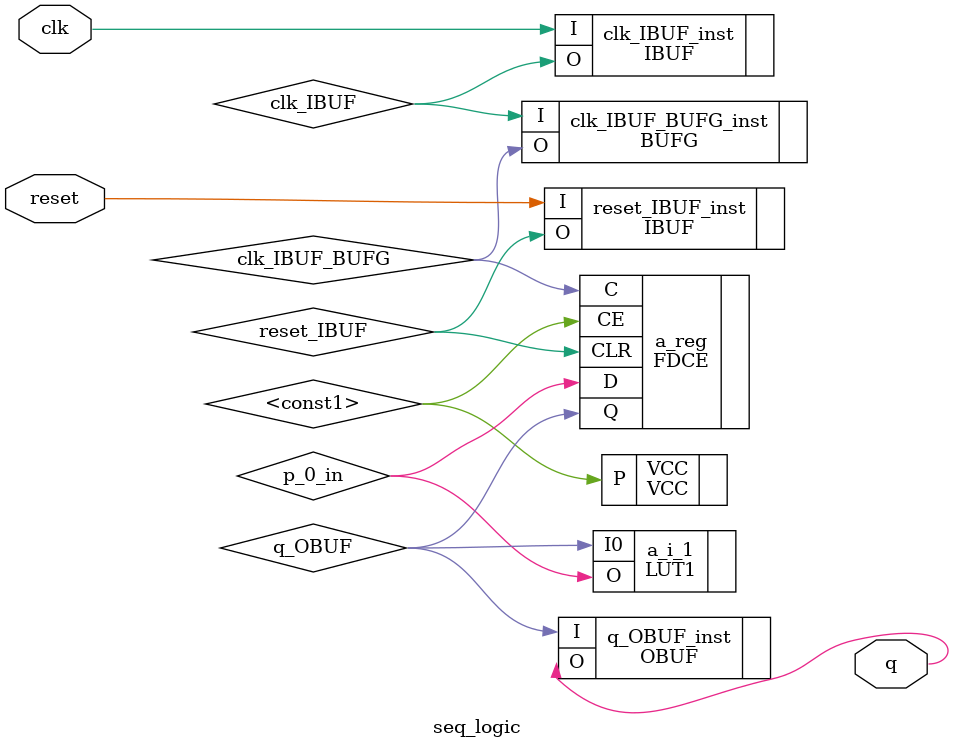
<source format=v>
`timescale 1 ps / 1 ps

(* ECO_CHECKSUM = "273096b2" *) 
(* STRUCTURAL_NETLIST = "yes" *)
module seq_logic
   (clk,
    reset,
    q);
  input clk;
  input reset;
  output q;

  wire \<const1> ;
  wire clk;
  wire clk_IBUF;
  wire clk_IBUF_BUFG;
  wire p_0_in;
  wire q;
  wire q_OBUF;
  wire reset;
  wire reset_IBUF;

  VCC VCC
       (.P(\<const1> ));
  LUT1 #(
    .INIT(2'h1)) 
    a_i_1
       (.I0(q_OBUF),
        .O(p_0_in));
  FDCE #(
    .INIT(1'b0)) 
    a_reg
       (.C(clk_IBUF_BUFG),
        .CE(\<const1> ),
        .CLR(reset_IBUF),
        .D(p_0_in),
        .Q(q_OBUF));
  BUFG clk_IBUF_BUFG_inst
       (.I(clk_IBUF),
        .O(clk_IBUF_BUFG));
  IBUF #(
    .CCIO_EN("TRUE")) 
    clk_IBUF_inst
       (.I(clk),
        .O(clk_IBUF));
  OBUF q_OBUF_inst
       (.I(q_OBUF),
        .O(q));
  IBUF #(
    .CCIO_EN("TRUE")) 
    reset_IBUF_inst
       (.I(reset),
        .O(reset_IBUF));
endmodule

</source>
